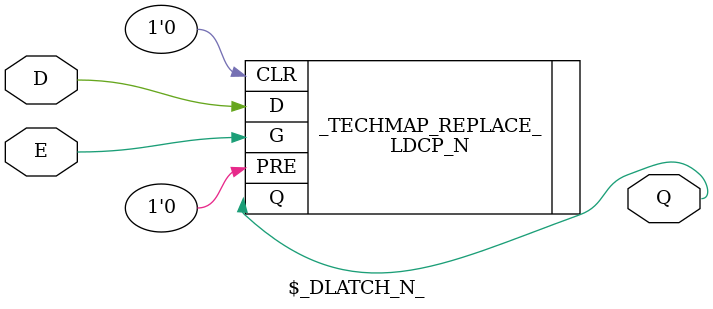
<source format=v>

module $_DLATCH_P_(input E, input D, output Q);
    LDCP _TECHMAP_REPLACE_ (
        .D(D),
        .G(E),
        .Q(Q),
        .PRE(1'b0),
        .CLR(1'b0)
        );
endmodule

module $_DLATCH_N_(input E, input D, output Q);
    LDCP_N _TECHMAP_REPLACE_ (
        .D(D),
        .G(E),
        .Q(Q),
        .PRE(1'b0),
        .CLR(1'b0)
        );
endmodule

</source>
